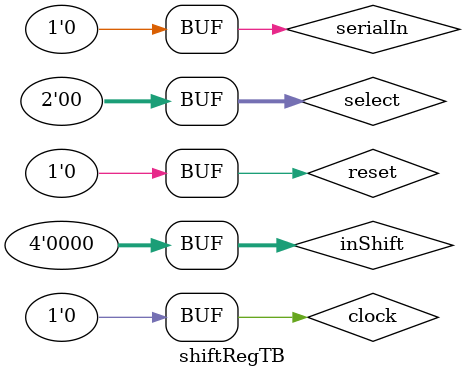
<source format=v>
`timescale 1ns / 1ps


module shiftRegTB;

	// Inputs
	reg [3:0] inShift;
	reg [1:0] select;
	reg serialIn;
	reg clock;
	reg reset;

	// Outputs
	wire [3:0] outShift;

	// Instantiate the Unit Under Test (UUT)
	shift_register uut (
		.inShift(inShift), 
		.select(select), 
		.serialIn(serialIn), 
		.clock(clock), 
		.reset(reset), 
		.outShift(outShift)
	);

	initial begin
		// Initialize Inputs
		inShift = 0;
		select = 0;
		serialIn = 0;
		clock = 0;
		reset = 0;

		// Wait 100 ns for global reset to finish
		#100;
        
		// Add stimulus here

	end
      
endmodule


</source>
